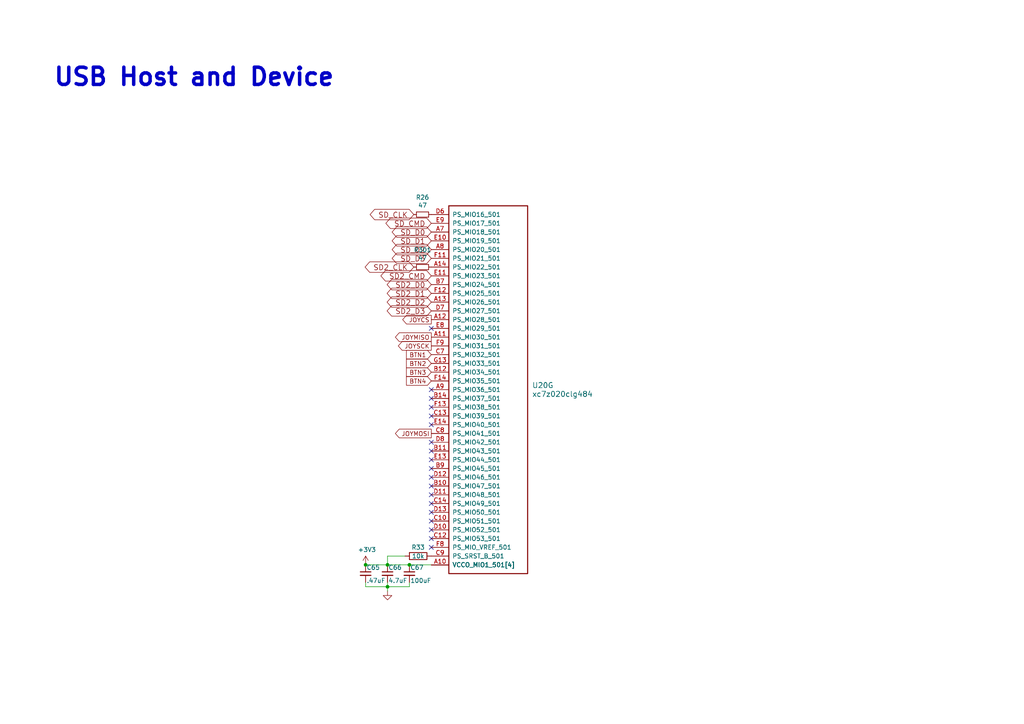
<source format=kicad_sch>
(kicad_sch (version 20231120) (generator "eeschema") (generator_version "8.0")
  (paper "A4")
  (lib_symbols
    (symbol "DFTBoard-rescue:+3V3-power" (power) (pin_names (offset 0))
      (property "Value" "power_+3V3" (at 0 3.556 0))
      (symbol "+3V3-power_0_1"
        (polyline (pts (xy -0.762 1.27) (xy 0 2.54)))
        (polyline (pts (xy 0 0) (xy 0 2.54)))
        (polyline (pts (xy 0 2.54) (xy 0.762 1.27)))
      )
      (symbol "+3V3-power_1_1"
        (pin power_in line (at 0 0 90) (length 0) hide (name "+3V3") (number "1"))
      )
    )
    (symbol "DFTBoard-rescue:GND-power" (power) (pin_names (offset 0))
      (property "Value" "power_GND" (at 0 -3.81 0))
      (symbol "GND-power_0_1"
        (polyline (pts (xy 0 0) (xy 0 -1.27) (xy 1.27 -1.27) (xy 0 -2.54) (xy -1.27 -1.27) (xy 0 -1.27)))
      )
      (symbol "GND-power_1_1"
        (pin power_in line (at 0 0 270) (length 0) hide (name "GND") (number "1"))
      )
    )
    (symbol "Device:C_Small" (pin_numbers hide) (pin_names (offset 0.254) hide)
      (property "Reference" "C" (at 0.254 1.778 0))
      (property "Value" "C_Small" (at 0.254 -2.032 0))
      (symbol "C_Small_0_1"
        (polyline (pts (xy -1.524 -0.508) (xy 1.524 -0.508)) (stroke (width 0.3302)))
        (polyline (pts (xy -1.524 0.508) (xy 1.524 0.508)) (stroke (width 0.3048)))
      )
      (symbol "C_Small_1_1"
        (pin passive line (at 0 2.54 270) (length 2.032) (name "~") (number "1"))
        (pin passive line (at 0 -2.54 90) (length 2.032) (name "~") (number "2"))
      )
    )
    (symbol "Device:R" (pin_numbers hide) (pin_names (offset 0))
      (property "Reference" "R" (at 2.032 0 90))
      (property "Value" "R" (at 0 0 90))
      (symbol "R_0_1"
        (rectangle (start -1.016 -2.54) (end 1.016 2.54) (stroke (width 0.254)))
      )
      (symbol "R_1_1"
        (pin passive line (at 0 3.81 270) (length 1.27) (name "~") (number "1"))
        (pin passive line (at 0 -3.81 90) (length 1.27) (name "~") (number "2"))
      )
    )
    (symbol "Device:R_Small" (pin_numbers hide) (pin_names (offset 0.254) hide)
      (property "Reference" "R" (at 0.762 0.508 0))
      (property "Value" "R_Small" (at 0.762 -1.016 0))
      (symbol "R_Small_0_1"
        (rectangle (start -0.762 1.778) (end 0.762 -1.778) (stroke (width 0.2032)))
      )
      (symbol "R_Small_1_1"
        (pin passive line (at 0 2.54 270) (length 0.762) (name "~") (number "1"))
        (pin passive line (at 0 -2.54 90) (length 0.762) (name "~") (number "2"))
      )
    )
    (symbol "xilinx7:xc7z020clg484" (pin_names (offset 1.016))
      (property "Reference" "U" (at 5.08 6.35 0))
      (property "Value" "xc7z020clg484" (at 5.08 3.81 0))
      (symbol "xc7z020clg484_1_1"
        (rectangle (start 5.08 2.54) (end 22.86 -55.88) (stroke (width 0.3048)))
        (pin power_in line (at 0 -17.78 0) (length 5.08) (name "RSVDGND") (number "G10"))
        (pin input line (at 0 -27.94 0) (length 5.08) (name "TCK_0") (number "G11"))
        (pin input line (at 0 -35.56 0) (length 5.08) (name "TMS_0") (number "G12"))
        (pin output line (at 0 -33.02 0) (length 5.08) (name "TDO_0") (number "G14"))
        (pin power_in line (at 0 -40.64 0) (length 5.08) (name "VCCBATT_0") (number "G9"))
        (pin input line (at 0 -30.48 0) (length 5.08) (name "TDI_0") (number "H13"))
        (pin power_in line (at 0 -38.1 0) (length 5.08) (name "VCCADC_0") (number "K11"))
        (pin power_in line (at 0 -10.16 0) (length 5.08) (name "GNDADC_0") (number "K12"))
        (pin input line (at 0 -48.26 0) (length 5.08) (name "VP_0") (number "L11"))
        (pin input line (at 0 -50.8 0) (length 5.08) (name "VREFN_0") (number "L12"))
        (pin input line (at 0 -53.34 0) (length 5.08) (name "VREFP_0") (number "M11"))
        (pin input line (at 0 -45.72 0) (length 5.08) (name "VN_0") (number "M12"))
        (pin passive line (at 0 -7.62 0) (length 5.08) (name "DXP_0") (number "N11"))
        (pin passive line (at 0 -5.08 0) (length 5.08) (name "DXN_0") (number "N12"))
        (pin power_in line (at 0 -43.18 0) (length 5.08) (name "VCCO_0") (number "R12"))
        (pin power_in line (at 0 -25.4 0) (length 5.08) (name "RSVDVCC3") (number "T10"))
        (pin input line (at 0 -15.24 0) (length 5.08) (name "PROGRAM_B_0") (number "T11"))
        (pin output line (at 0 -2.54 0) (length 5.08) (name "DONE_0") (number "T12"))
        (pin input line (at 0 0 0) (length 5.08) (name "CFGBVS_0") (number "T13"))
        (pin input line (at 0 -12.7 0) (length 5.08) (name "INIT_B_0") (number "T14"))
        (pin power_in line (at 0 -20.32 0) (length 5.08) (name "RSVDVCC1") (number "T7"))
        (pin power_in line (at 0 -22.86 0) (length 5.08) (name "RSVDVCC2") (number "T8"))
      )
      (symbol "xc7z020clg484_2_1"
        (rectangle (start 5.08 2.54) (end 30.48 -129.54) (stroke (width 0.3048)))
        (pin power_in line (at 0 -127 0) (length 5.08) (name "VCCO_13[7]") (number "AA10"))
        (pin bidirectional line (at 0 -43.18 0) (length 5.08) (name "IO_L8P_T1_13") (number "AA11"))
        (pin bidirectional line (at 0 -38.1 0) (length 5.08) (name "IO_L7P_T1_13") (number "AA12"))
        (pin bidirectional line (at 0 -91.44 0) (length 5.08) (name "IO_L18N_T2_13") (number "AA4"))
        (pin bidirectional line (at 0 -71.12 0) (length 5.08) (name "IO_L14N_T2_SRCC_13") (number "AA6"))
        (pin bidirectional line (at 0 -73.66 0) (length 5.08) (name "IO_L14P_T2_SRCC_13") (number "AA7"))
        (pin bidirectional line (at 0 -55.88 0) (length 5.08) (name "IO_L11N_T1_SRCC_13") (number "AA8"))
        (pin bidirectional line (at 0 -58.42 0) (length 5.08) (name "IO_L11P_T1_SRCC_13") (number "AA9"))
        (pin bidirectional line (at 0 -76.2 0) (length 5.08) (name "IO_L15N_T2_DQS_13") (number "AB1"))
        (pin bidirectional line (at 0 -48.26 0) (length 5.08) (name "IO_L9P_T1_DQS_13") (number "AB10"))
        (pin bidirectional line (at 0 -40.64 0) (length 5.08) (name "IO_L8N_T1_13") (number "AB11"))
        (pin bidirectional line (at 0 -35.56 0) (length 5.08) (name "IO_L7N_T1_13") (number "AB12"))
        (pin bidirectional line (at 0 -78.74 0) (length 5.08) (name "IO_L15P_T2_DQS_13") (number "AB2"))
        (pin power_in line (at 0 -127 0) (length 5.08) (name "VCCO_13[7]") (number "AB3"))
        (pin bidirectional line (at 0 -81.28 0) (length 5.08) (name "IO_L16N_T2_13") (number "AB4"))
        (pin bidirectional line (at 0 -83.82 0) (length 5.08) (name "IO_L16P_T2_13") (number "AB5"))
        (pin bidirectional line (at 0 -86.36 0) (length 5.08) (name "IO_L17N_T2_13") (number "AB6"))
        (pin bidirectional line (at 0 -88.9 0) (length 5.08) (name "IO_L17P_T2_13") (number "AB7"))
        (pin bidirectional line (at 0 -45.72 0) (length 5.08) (name "IO_L9N_T1_DQS_13") (number "AB9"))
        (pin bidirectional line (at 0 -99.06 0) (length 5.08) (name "IO_L19P_T3_13") (number "R6"))
        (pin bidirectional line (at 0 0 0) (length 5.08) (name "IO_0_13") (number "R7"))
        (pin bidirectional line (at 0 -104.14 0) (length 5.08) (name "IO_L20P_T3_13") (number "T4"))
        (pin power_in line (at 0 -127 0) (length 5.08) (name "VCCO_13[7]") (number "T5"))
        (pin bidirectional line (at 0 -96.52 0) (length 5.08) (name "IO_L19N_T3_VREF_13") (number "T6"))
        (pin bidirectional line (at 0 -33.02 0) (length 5.08) (name "IO_L6P_T0_13") (number "U10"))
        (pin bidirectional line (at 0 -25.4 0) (length 5.08) (name "IO_L5N_T0_13") (number "U11"))
        (pin bidirectional line (at 0 -27.94 0) (length 5.08) (name "IO_L5P_T0_13") (number "U12"))
        (pin bidirectional line (at 0 -101.6 0) (length 5.08) (name "IO_L20N_T3_13") (number "U4"))
        (pin bidirectional line (at 0 -111.76 0) (length 5.08) (name "IO_L22N_T3_13") (number "U5"))
        (pin bidirectional line (at 0 -114.3 0) (length 5.08) (name "IO_L22P_T3_13") (number "U6"))
        (pin bidirectional line (at 0 -2.54 0) (length 5.08) (name "IO_25_13") (number "U7"))
        (pin power_in line (at 0 -127 0) (length 5.08) (name "VCCO_13[7]") (number "U8"))
        (pin bidirectional line (at 0 -30.48 0) (length 5.08) (name "IO_L6N_T0_VREF_13") (number "U9"))
        (pin bidirectional line (at 0 -7.62 0) (length 5.08) (name "IO_L1P_T0_13") (number "V10"))
        (pin power_in line (at 0 -127 0) (length 5.08) (name "VCCO_13[7]") (number "V11"))
        (pin bidirectional line (at 0 -22.86 0) (length 5.08) (name "IO_L4P_T0_13") (number "V12"))
        (pin bidirectional line (at 0 -106.68 0) (length 5.08) (name "IO_L21N_T3_DQS_13") (number "V4"))
        (pin bidirectional line (at 0 -109.22 0) (length 5.08) (name "IO_L21P_T3_DQS_13") (number "V5"))
        (pin bidirectional line (at 0 -119.38 0) (length 5.08) (name "IO_L23P_T3_13") (number "V7"))
        (pin bidirectional line (at 0 -12.7 0) (length 5.08) (name "IO_L2P_T0_13") (number "V8"))
        (pin bidirectional line (at 0 -5.08 0) (length 5.08) (name "IO_L1N_T0_13") (number "V9"))
        (pin bidirectional line (at 0 -15.24 0) (length 5.08) (name "IO_L3N_T0_DQS_13") (number "W10"))
        (pin bidirectional line (at 0 -17.78 0) (length 5.08) (name "IO_L3P_T0_DQS_13") (number "W11"))
        (pin bidirectional line (at 0 -20.32 0) (length 5.08) (name "IO_L4N_T0_13") (number "W12"))
        (pin power_in line (at 0 -127 0) (length 5.08) (name "VCCO_13[7]") (number "W4"))
        (pin bidirectional line (at 0 -121.92 0) (length 5.08) (name "IO_L24N_T3_13") (number "W5"))
        (pin bidirectional line (at 0 -124.46 0) (length 5.08) (name "IO_L24P_T3_13") (number "W6"))
        (pin bidirectional line (at 0 -116.84 0) (length 5.08) (name "IO_L23N_T3_13") (number "W7"))
        (pin bidirectional line (at 0 -10.16 0) (length 5.08) (name "IO_L2N_T0_13") (number "W8"))
        (pin bidirectional line (at 0 -50.8 0) (length 5.08) (name "IO_L10N_T1_13") (number "Y10"))
        (pin bidirectional line (at 0 -53.34 0) (length 5.08) (name "IO_L10P_T1_13") (number "Y11"))
        (pin bidirectional line (at 0 -93.98 0) (length 5.08) (name "IO_L18P_T2_13") (number "Y4"))
        (pin bidirectional line (at 0 -66.04 0) (length 5.08) (name "IO_L13N_T2_MRCC_13") (number "Y5"))
        (pin bidirectional line (at 0 -68.58 0) (length 5.08) (name "IO_L13P_T2_MRCC_13") (number "Y6"))
        (pin power_in line (at 0 -127 0) (length 5.08) (name "VCCO_13[7]") (number "Y7"))
        (pin bidirectional line (at 0 -60.96 0) (length 5.08) (name "IO_L12N_T1_MRCC_13") (number "Y8"))
        (pin bidirectional line (at 0 -63.5 0) (length 5.08) (name "IO_L12P_T1_MRCC_13") (number "Y9"))
      )
      (symbol "xc7z020clg484_3_1"
        (rectangle (start 5.08 2.54) (end 30.48 -129.54) (stroke (width 0.3048)))
        (pin bidirectional line (at 0 -116.84 0) (length 5.08) (name "IO_L23N_T3_33") (number "AA13"))
        (pin bidirectional line (at 0 -111.76 0) (length 5.08) (name "IO_L22N_T3_33") (number "AA14"))
        (pin bidirectional line (at 0 -93.98 0) (length 5.08) (name "IO_L18P_T2_33") (number "AA16"))
        (pin bidirectional line (at 0 -88.9 0) (length 5.08) (name "IO_L17P_T2_33") (number "AA17"))
        (pin bidirectional line (at 0 -60.96 0) (length 5.08) (name "IO_L12N_T1_MRCC_33") (number "AA18"))
        (pin bidirectional line (at 0 -55.88 0) (length 5.08) (name "IO_L11N_T1_SRCC_33") (number "AA19"))
        (pin power_in line (at 0 -127 0) (length 5.08) (name "VCCO_33[6]") (number "AA20"))
        (pin bidirectional line (at 0 -43.18 0) (length 5.08) (name "IO_L8P_T1_33") (number "AA21"))
        (pin bidirectional line (at 0 -38.1 0) (length 5.08) (name "IO_L7P_T1_33") (number "AA22"))
        (pin power_in line (at 0 -127 0) (length 5.08) (name "VCCO_33[6]") (number "AB13"))
        (pin bidirectional line (at 0 -124.46 0) (length 5.08) (name "IO_L24P_T3_33") (number "AB14"))
        (pin bidirectional line (at 0 -121.92 0) (length 5.08) (name "IO_L24N_T3_33") (number "AB15"))
        (pin bidirectional line (at 0 -91.44 0) (length 5.08) (name "IO_L18N_T2_33") (number "AB16"))
        (pin bidirectional line (at 0 -86.36 0) (length 5.08) (name "IO_L17N_T2_33") (number "AB17"))
        (pin bidirectional line (at 0 -53.34 0) (length 5.08) (name "IO_L10P_T1_33") (number "AB19"))
        (pin bidirectional line (at 0 -50.8 0) (length 5.08) (name "IO_L10N_T1_33") (number "AB20"))
        (pin bidirectional line (at 0 -40.64 0) (length 5.08) (name "IO_L8N_T1_33") (number "AB21"))
        (pin bidirectional line (at 0 -35.56 0) (length 5.08) (name "IO_L7N_T1_33") (number "AB22"))
        (pin bidirectional line (at 0 -7.62 0) (length 5.08) (name "IO_L1P_T0_33") (number "T21"))
        (pin bidirectional line (at 0 -12.7 0) (length 5.08) (name "IO_L2P_T0_33") (number "T22"))
        (pin bidirectional line (at 0 -2.54 0) (length 5.08) (name "IO_25_33") (number "U14"))
        (pin bidirectional line (at 0 -78.74 0) (length 5.08) (name "IO_L15P_T2_DQS_33") (number "U15"))
        (pin bidirectional line (at 0 -76.2 0) (length 5.08) (name "IO_L15N_T2_DQS_33") (number "U16"))
        (pin bidirectional line (at 0 -83.82 0) (length 5.08) (name "IO_L16P_T2_33") (number "U17"))
        (pin power_in line (at 0 -127 0) (length 5.08) (name "VCCO_33[6]") (number "U18"))
        (pin bidirectional line (at 0 0 0) (length 5.08) (name "IO_0_33") (number "U19"))
        (pin bidirectional line (at 0 -27.94 0) (length 5.08) (name "IO_L5P_T0_33") (number "U20"))
        (pin bidirectional line (at 0 -5.08 0) (length 5.08) (name "IO_L1N_T0_33") (number "U21"))
        (pin bidirectional line (at 0 -10.16 0) (length 5.08) (name "IO_L2N_T0_33") (number "U22"))
        (pin bidirectional line (at 0 -104.14 0) (length 5.08) (name "IO_L20P_T3_33") (number "V13"))
        (pin bidirectional line (at 0 -99.06 0) (length 5.08) (name "IO_L19P_T3_33") (number "V14"))
        (pin bidirectional line (at 0 -96.52 0) (length 5.08) (name "IO_L19N_T3_VREF_33") (number "V15"))
        (pin bidirectional line (at 0 -81.28 0) (length 5.08) (name "IO_L16N_T2_33") (number "V17"))
        (pin bidirectional line (at 0 -33.02 0) (length 5.08) (name "IO_L6P_T0_33") (number "V18"))
        (pin bidirectional line (at 0 -30.48 0) (length 5.08) (name "IO_L6N_T0_VREF_33") (number "V19"))
        (pin bidirectional line (at 0 -25.4 0) (length 5.08) (name "IO_L5N_T0_33") (number "V20"))
        (pin power_in line (at 0 -127 0) (length 5.08) (name "VCCO_33[6]") (number "V21"))
        (pin bidirectional line (at 0 -17.78 0) (length 5.08) (name "IO_L3P_T0_DQS_33") (number "V22"))
        (pin bidirectional line (at 0 -101.6 0) (length 5.08) (name "IO_L20N_T3_33") (number "W13"))
        (pin power_in line (at 0 -127 0) (length 5.08) (name "VCCO_33[6]") (number "W14"))
        (pin bidirectional line (at 0 -109.22 0) (length 5.08) (name "IO_L21P_T3_DQS_33") (number "W15"))
        (pin bidirectional line (at 0 -73.66 0) (length 5.08) (name "IO_L14P_T2_SRCC_33") (number "W16"))
        (pin bidirectional line (at 0 -68.58 0) (length 5.08) (name "IO_L13P_T2_MRCC_33") (number "W17"))
        (pin bidirectional line (at 0 -66.04 0) (length 5.08) (name "IO_L13N_T2_MRCC_33") (number "W18"))
        (pin bidirectional line (at 0 -22.86 0) (length 5.08) (name "IO_L4P_T0_33") (number "W20"))
        (pin bidirectional line (at 0 -20.32 0) (length 5.08) (name "IO_L4N_T0_33") (number "W21"))
        (pin bidirectional line (at 0 -15.24 0) (length 5.08) (name "IO_L3N_T0_DQS_33") (number "W22"))
        (pin bidirectional line (at 0 -119.38 0) (length 5.08) (name "IO_L23P_T3_33") (number "Y13"))
        (pin bidirectional line (at 0 -114.3 0) (length 5.08) (name "IO_L22P_T3_33") (number "Y14"))
        (pin bidirectional line (at 0 -106.68 0) (length 5.08) (name "IO_L21N_T3_DQS_33") (number "Y15"))
        (pin bidirectional line (at 0 -71.12 0) (length 5.08) (name "IO_L14N_T2_SRCC_33") (number "Y16"))
        (pin power_in line (at 0 -127 0) (length 5.08) (name "VCCO_33[6]") (number "Y17"))
        (pin bidirectional line (at 0 -63.5 0) (length 5.08) (name "IO_L12P_T1_MRCC_33") (number "Y18"))
        (pin bidirectional line (at 0 -58.42 0) (length 5.08) (name "IO_L11P_T1_SRCC_33") (number "Y19"))
        (pin bidirectional line (at 0 -48.26 0) (length 5.08) (name "IO_L9P_T1_DQS_33") (number "Y20"))
        (pin bidirectional line (at 0 -45.72 0) (length 5.08) (name "IO_L9N_T1_DQS_33") (number "Y21"))
      )
      (symbol "xc7z020clg484_4_1"
        (rectangle (start 5.08 2.54) (end 38.1 -129.54) (stroke (width 0.3048)))
        (pin bidirectional line (at 0 0 0) (length 5.08) (name "IO_0_34") (number "H15"))
        (pin bidirectional line (at 0 -7.62 0) (length 5.08) (name "IO_L1P_T0_34") (number "J15"))
        (pin bidirectional line (at 0 -12.7 0) (length 5.08) (name "IO_L2P_T0_34") (number "J16"))
        (pin bidirectional line (at 0 -10.16 0) (length 5.08) (name "IO_L2N_T0_34") (number "J17"))
        (pin bidirectional line (at 0 -38.1 0) (length 5.08) (name "IO_L7P_T1_34") (number "J18"))
        (pin bidirectional line (at 0 -48.26 0) (length 5.08) (name "IO_L9P_T1_DQS_34") (number "J20"))
        (pin bidirectional line (at 0 -43.18 0) (length 5.08) (name "IO_L8P_T1_34") (number "J21"))
        (pin bidirectional line (at 0 -40.64 0) (length 5.08) (name "IO_L8N_T1_34") (number "J22"))
        (pin bidirectional line (at 0 -5.08 0) (length 5.08) (name "IO_L1N_T0_34") (number "K15"))
        (pin bidirectional line (at 0 -17.78 0) (length 5.08) (name "IO_L3P_T0_DQS_PUDC_B_34") (number "K16"))
        (pin power_in line (at 0 -127 0) (length 5.08) (name "VCCO_34[6]") (number "K17"))
        (pin bidirectional line (at 0 -35.56 0) (length 5.08) (name "IO_L7N_T1_34") (number "K18"))
        (pin bidirectional line (at 0 -58.42 0) (length 5.08) (name "IO_L11P_T1_SRCC_34") (number "K19"))
        (pin bidirectional line (at 0 -55.88 0) (length 5.08) (name "IO_L11N_T1_SRCC_34") (number "K20"))
        (pin bidirectional line (at 0 -45.72 0) (length 5.08) (name "IO_L9N_T1_DQS_34") (number "K21"))
        (pin bidirectional line (at 0 -15.24 0) (length 5.08) (name "IO_L3N_T0_DQS_34") (number "L16"))
        (pin bidirectional line (at 0 -22.86 0) (length 5.08) (name "IO_L4P_T0_34") (number "L17"))
        (pin bidirectional line (at 0 -63.5 0) (length 5.08) (name "IO_L12P_T1_MRCC_34") (number "L18"))
        (pin bidirectional line (at 0 -60.96 0) (length 5.08) (name "IO_L12N_T1_MRCC_34") (number "L19"))
        (pin power_in line (at 0 -127 0) (length 5.08) (name "VCCO_34[6]") (number "L20"))
        (pin bidirectional line (at 0 -53.34 0) (length 5.08) (name "IO_L10P_T1_34") (number "L21"))
        (pin bidirectional line (at 0 -50.8 0) (length 5.08) (name "IO_L10N_T1_34") (number "L22"))
        (pin bidirectional line (at 0 -33.02 0) (length 5.08) (name "IO_L6P_T0_34") (number "M15"))
        (pin bidirectional line (at 0 -30.48 0) (length 5.08) (name "IO_L6N_T0_VREF_34") (number "M16"))
        (pin bidirectional line (at 0 -20.32 0) (length 5.08) (name "IO_L4N_T0_34") (number "M17"))
        (pin bidirectional line (at 0 -68.58 0) (length 5.08) (name "IO_L13P_T2_MRCC_34") (number "M19"))
        (pin bidirectional line (at 0 -66.04 0) (length 5.08) (name "IO_L13N_T2_MRCC_34") (number "M20"))
        (pin bidirectional line (at 0 -78.74 0) (length 5.08) (name "IO_L15P_T2_DQS_34") (number "M21"))
        (pin bidirectional line (at 0 -76.2 0) (length 5.08) (name "IO_L15N_T2_DQS_34") (number "M22"))
        (pin bidirectional line (at 0 -99.06 0) (length 5.08) (name "IO_L19P_T3_34") (number "N15"))
        (pin power_in line (at 0 -127 0) (length 5.08) (name "VCCO_34[6]") (number "N16"))
        (pin bidirectional line (at 0 -27.94 0) (length 5.08) (name "IO_L5P_T0_34") (number "N17"))
        (pin bidirectional line (at 0 -25.4 0) (length 5.08) (name "IO_L5N_T0_34") (number "N18"))
        (pin bidirectional line (at 0 -73.66 0) (length 5.08) (name "IO_L14P_T2_SRCC_34") (number "N19"))
        (pin bidirectional line (at 0 -71.12 0) (length 5.08) (name "IO_L14N_T2_SRCC_34") (number "N20"))
        (pin bidirectional line (at 0 -83.82 0) (length 5.08) (name "IO_L16P_T2_34") (number "N22"))
        (pin bidirectional line (at 0 -96.52 0) (length 5.08) (name "IO_L19N_T3_VREF_34") (number "P15"))
        (pin bidirectional line (at 0 -124.46 0) (length 5.08) (name "IO_L24P_T3_34") (number "P16"))
        (pin bidirectional line (at 0 -104.14 0) (length 5.08) (name "IO_L20P_T3_34") (number "P17"))
        (pin bidirectional line (at 0 -101.6 0) (length 5.08) (name "IO_L20N_T3_34") (number "P18"))
        (pin power_in line (at 0 -127 0) (length 5.08) (name "VCCO_34[6]") (number "P19"))
        (pin bidirectional line (at 0 -93.98 0) (length 5.08) (name "IO_L18P_T2_34") (number "P20"))
        (pin bidirectional line (at 0 -91.44 0) (length 5.08) (name "IO_L18N_T2_34") (number "P21"))
        (pin bidirectional line (at 0 -81.28 0) (length 5.08) (name "IO_L16N_T2_34") (number "P22"))
        (pin bidirectional line (at 0 -2.54 0) (length 5.08) (name "IO_25_34") (number "R15"))
        (pin bidirectional line (at 0 -121.92 0) (length 5.08) (name "IO_L24N_T3_34") (number "R16"))
        (pin bidirectional line (at 0 -119.38 0) (length 5.08) (name "IO_L23P_T3_34") (number "R18"))
        (pin bidirectional line (at 0 -114.3 0) (length 5.08) (name "IO_L22P_T3_34") (number "R19"))
        (pin bidirectional line (at 0 -88.9 0) (length 5.08) (name "IO_L17P_T2_34") (number "R20"))
        (pin bidirectional line (at 0 -86.36 0) (length 5.08) (name "IO_L17N_T2_34") (number "R21"))
        (pin power_in line (at 0 -127 0) (length 5.08) (name "VCCO_34[6]") (number "R22"))
        (pin power_in line (at 0 -127 0) (length 5.08) (name "VCCO_34[6]") (number "T15"))
        (pin bidirectional line (at 0 -109.22 0) (length 5.08) (name "IO_L21P_T3_DQS_34") (number "T16"))
        (pin bidirectional line (at 0 -106.68 0) (length 5.08) (name "IO_L21N_T3_DQS_34") (number "T17"))
        (pin bidirectional line (at 0 -116.84 0) (length 5.08) (name "IO_L23N_T3_34") (number "T18"))
        (pin bidirectional line (at 0 -111.76 0) (length 5.08) (name "IO_L22N_T3_34") (number "T19"))
      )
      (symbol "xc7z020clg484_5_1"
        (rectangle (start 5.08 2.54) (end 38.1 -129.54) (stroke (width 0.3048)))
        (pin bidirectional line (at 0 -48.26 0) (length 5.08) (name "IO_L9P_T1_DQS_AD3P_35") (number "A16"))
        (pin bidirectional line (at 0 -45.72 0) (length 5.08) (name "IO_L9N_T1_DQS_AD3N_35") (number "A17"))
        (pin bidirectional line (at 0 -53.34 0) (length 5.08) (name "IO_L10P_T1_AD11P_35") (number "A18"))
        (pin bidirectional line (at 0 -50.8 0) (length 5.08) (name "IO_L10N_T1_AD11N_35") (number "A19"))
        (pin power_in line (at 0 -127 0) (length 5.08) (name "VCCO_35[7]") (number "A20"))
        (pin bidirectional line (at 0 -78.74 0) (length 5.08) (name "IO_L15P_T2_DQS_AD12P_35") (number "A21"))
        (pin bidirectional line (at 0 -76.2 0) (length 5.08) (name "IO_L15N_T2_DQS_AD12N_35") (number "A22"))
        (pin bidirectional line (at 0 -35.56 0) (length 5.08) (name "IO_L7N_T1_AD2N_35") (number "B15"))
        (pin bidirectional line (at 0 -43.18 0) (length 5.08) (name "IO_L8P_T1_AD10P_35") (number "B16"))
        (pin bidirectional line (at 0 -40.64 0) (length 5.08) (name "IO_L8N_T1_AD10N_35") (number "B17"))
        (pin bidirectional line (at 0 -68.58 0) (length 5.08) (name "IO_L13P_T2_MRCC_35") (number "B19"))
        (pin bidirectional line (at 0 -66.04 0) (length 5.08) (name "IO_L13N_T2_MRCC_35") (number "B20"))
        (pin bidirectional line (at 0 -93.98 0) (length 5.08) (name "IO_L18P_T2_AD13P_35") (number "B21"))
        (pin bidirectional line (at 0 -91.44 0) (length 5.08) (name "IO_L18N_T2_AD13N_35") (number "B22"))
        (pin bidirectional line (at 0 -38.1 0) (length 5.08) (name "IO_L7P_T1_AD2P_35") (number "C15"))
        (pin power_in line (at 0 -127 0) (length 5.08) (name "VCCO_35[7]") (number "C16"))
        (pin bidirectional line (at 0 -58.42 0) (length 5.08) (name "IO_L11P_T1_SRCC_35") (number "C17"))
        (pin bidirectional line (at 0 -55.88 0) (length 5.08) (name "IO_L11N_T1_SRCC_35") (number "C18"))
        (pin bidirectional line (at 0 -60.96 0) (length 5.08) (name "IO_L12N_T1_MRCC_35") (number "C19"))
        (pin bidirectional line (at 0 -71.12 0) (length 5.08) (name "IO_L14N_T2_AD4N_SRCC_35") (number "C20"))
        (pin bidirectional line (at 0 -81.28 0) (length 5.08) (name "IO_L16N_T2_35") (number "C22"))
        (pin bidirectional line (at 0 -15.24 0) (length 5.08) (name "IO_L3N_T0_DQS_AD1N_35") (number "D15"))
        (pin bidirectional line (at 0 -12.7 0) (length 5.08) (name "IO_L2P_T0_AD8P_35") (number "D16"))
        (pin bidirectional line (at 0 -10.16 0) (length 5.08) (name "IO_L2N_T0_AD8N_35") (number "D17"))
        (pin bidirectional line (at 0 -63.5 0) (length 5.08) (name "IO_L12P_T1_MRCC_35") (number "D18"))
        (pin power_in line (at 0 -127 0) (length 5.08) (name "VCCO_35[7]") (number "D19"))
        (pin bidirectional line (at 0 -73.66 0) (length 5.08) (name "IO_L14P_T2_AD4P_SRCC_35") (number "D20"))
        (pin bidirectional line (at 0 -86.36 0) (length 5.08) (name "IO_L17N_T2_AD5N_35") (number "D21"))
        (pin bidirectional line (at 0 -83.82 0) (length 5.08) (name "IO_L16P_T2_35") (number "D22"))
        (pin bidirectional line (at 0 -17.78 0) (length 5.08) (name "IO_L3P_T0_DQS_AD1P_35") (number "E15"))
        (pin bidirectional line (at 0 -5.08 0) (length 5.08) (name "IO_L1N_T0_AD0N_35") (number "E16"))
        (pin bidirectional line (at 0 -25.4 0) (length 5.08) (name "IO_L5N_T0_AD9N_35") (number "E18"))
        (pin bidirectional line (at 0 -109.22 0) (length 5.08) (name "IO_L21P_T3_DQS_AD14P_35") (number "E19"))
        (pin bidirectional line (at 0 -106.68 0) (length 5.08) (name "IO_L21N_T3_DQS_AD14N_35") (number "E20"))
        (pin bidirectional line (at 0 -88.9 0) (length 5.08) (name "IO_L17P_T2_AD5P_35") (number "E21"))
        (pin power_in line (at 0 -127 0) (length 5.08) (name "VCCO_35[7]") (number "E22"))
        (pin power_in line (at 0 -127 0) (length 5.08) (name "VCCO_35[7]") (number "F15"))
        (pin bidirectional line (at 0 -7.62 0) (length 5.08) (name "IO_L1P_T0_AD0P_35") (number "F16"))
        (pin bidirectional line (at 0 -30.48 0) (length 5.08) (name "IO_L6N_T0_VREF_35") (number "F17"))
        (pin bidirectional line (at 0 -27.94 0) (length 5.08) (name "IO_L5P_T0_AD9P_35") (number "F18"))
        (pin bidirectional line (at 0 -101.6 0) (length 5.08) (name "IO_L20N_T3_AD6N_35") (number "F19"))
        (pin bidirectional line (at 0 -119.38 0) (length 5.08) (name "IO_L23P_T3_35") (number "F21"))
        (pin bidirectional line (at 0 -116.84 0) (length 5.08) (name "IO_L23N_T3_35") (number "F22"))
        (pin bidirectional line (at 0 -22.86 0) (length 5.08) (name "IO_L4P_T0_35") (number "G15"))
        (pin bidirectional line (at 0 -20.32 0) (length 5.08) (name "IO_L4N_T0_35") (number "G16"))
        (pin bidirectional line (at 0 -33.02 0) (length 5.08) (name "IO_L6P_T0_35") (number "G17"))
        (pin power_in line (at 0 -127 0) (length 5.08) (name "VCCO_35[7]") (number "G18"))
        (pin bidirectional line (at 0 -104.14 0) (length 5.08) (name "IO_L20P_T3_AD6P_35") (number "G19"))
        (pin bidirectional line (at 0 -114.3 0) (length 5.08) (name "IO_L22P_T3_AD7P_35") (number "G20"))
        (pin bidirectional line (at 0 -111.76 0) (length 5.08) (name "IO_L22N_T3_AD7N_35") (number "G21"))
        (pin bidirectional line (at 0 -121.92 0) (length 5.08) (name "IO_L24N_T3_AD15N_35") (number "G22"))
        (pin bidirectional line (at 0 0 0) (length 5.08) (name "IO_0_35") (number "H17"))
        (pin bidirectional line (at 0 -2.54 0) (length 5.08) (name "IO_25_35") (number "H18"))
        (pin bidirectional line (at 0 -99.06 0) (length 5.08) (name "IO_L19P_T3_35") (number "H19"))
        (pin bidirectional line (at 0 -96.52 0) (length 5.08) (name "IO_L19N_T3_VREF_35") (number "H20"))
        (pin power_in line (at 0 -127 0) (length 5.08) (name "VCCO_35[7]") (number "H21"))
        (pin bidirectional line (at 0 -124.46 0) (length 5.08) (name "IO_L24P_T3_AD15P_35") (number "H22"))
      )
      (symbol "xc7z020clg484_6_1"
        (rectangle (start 5.08 2.54) (end 27.94 -48.26) (stroke (width 0.3048)))
        (pin bidirectional line (at 0 -5.08 0) (length 5.08) (name "PS_MIO1_500") (number "A1"))
        (pin bidirectional line (at 0 -7.62 0) (length 5.08) (name "PS_MIO2_500") (number "A2"))
        (pin bidirectional line (at 0 -15.24 0) (length 5.08) (name "PS_MIO5_500") (number "A3"))
        (pin bidirectional line (at 0 -17.78 0) (length 5.08) (name "PS_MIO6_500") (number "A4"))
        (pin bidirectional line (at 0 -35.56 0) (length 5.08) (name "PS_MIO13_500") (number "A6"))
        (pin power_in line (at 0 -45.72 0) (length 5.08) (name "VCCO_MIO0_500[2]") (number "B3"))
        (pin bidirectional line (at 0 -30.48 0) (length 5.08) (name "PS_MIO11_500") (number "B4"))
        (pin input line (at 0 -43.18 0) (length 5.08) (name "PS_POR_B_500") (number "B5"))
        (pin bidirectional line (at 0 -38.1 0) (length 5.08) (name "PS_MIO14_500") (number "B6"))
        (pin bidirectional line (at 0 -25.4 0) (length 5.08) (name "PS_MIO9_500") (number "C4"))
        (pin bidirectional line (at 0 -33.02 0) (length 5.08) (name "PS_MIO12_500") (number "C5"))
        (pin power_in line (at 0 -45.72 0) (length 5.08) (name "VCCO_MIO0_500[2]") (number "C6"))
        (pin bidirectional line (at 0 -20.32 0) (length 5.08) (name "PS_MIO7_500") (number "D5"))
        (pin bidirectional line (at 0 -12.7 0) (length 5.08) (name "PS_MIO4_500") (number "E4"))
        (pin bidirectional line (at 0 -22.86 0) (length 5.08) (name "PS_MIO8_500") (number "E5"))
        (pin bidirectional line (at 0 -40.64 0) (length 5.08) (name "PS_MIO15_500") (number "E6"))
        (pin bidirectional line (at 0 -10.16 0) (length 5.08) (name "PS_MIO3_500") (number "F6"))
        (pin input line (at 0 0 0) (length 5.08) (name "PS_CLK_500") (number "F7"))
        (pin bidirectional line (at 0 -2.54 0) (length 5.08) (name "PS_MIO0_500") (number "G6"))
        (pin bidirectional line (at 0 -27.94 0) (length 5.08) (name "PS_MIO10_500") (number "G7"))
      )
      (symbol "xc7z020clg484_7_1"
        (rectangle (start 5.08 2.54) (end 27.94 -104.14) (stroke (width 0.3048)))
        (pin power_in line (at 0 -101.6 0) (length 5.08) (name "VCCO_MIO1_501[4]") (number "A10"))
        (pin bidirectional line (at 0 -35.56 0) (length 5.08) (name "PS_MIO30_501") (number "A11"))
        (pin bidirectional line (at 0 -30.48 0) (length 5.08) (name "PS_MIO28_501") (number "A12"))
        (pin bidirectional line (at 0 -25.4 0) (length 5.08) (name "PS_MIO26_501") (number "A13"))
        (pin bidirectional line (at 0 -15.24 0) (length 5.08) (name "PS_MIO22_501") (number "A14"))
        (pin bidirectional line (at 0 -5.08 0) (length 5.08) (name "PS_MIO18_501") (number "A7"))
        (pin bidirectional line (at 0 -10.16 0) (length 5.08) (name "PS_MIO20_501") (number "A8"))
        (pin bidirectional line (at 0 -50.8 0) (length 5.08) (name "PS_MIO36_501") (number "A9"))
        (pin bidirectional line (at 0 -78.74 0) (length 5.08) (name "PS_MIO47_501") (number "B10"))
        (pin bidirectional line (at 0 -68.58 0) (length 5.08) (name "PS_MIO43_501") (number "B11"))
        (pin bidirectional line (at 0 -45.72 0) (length 5.08) (name "PS_MIO34_501") (number "B12"))
        (pin power_in line (at 0 -101.6 0) (length 5.08) (name "VCCO_MIO1_501[4]") (number "B13"))
        (pin bidirectional line (at 0 -53.34 0) (length 5.08) (name "PS_MIO37_501") (number "B14"))
        (pin bidirectional line (at 0 -20.32 0) (length 5.08) (name "PS_MIO24_501") (number "B7"))
        (pin bidirectional line (at 0 -73.66 0) (length 5.08) (name "PS_MIO45_501") (number "B9"))
        (pin bidirectional line (at 0 -88.9 0) (length 5.08) (name "PS_MIO51_501") (number "C10"))
        (pin bidirectional line (at 0 -93.98 0) (length 5.08) (name "PS_MIO53_501") (number "C12"))
        (pin bidirectional line (at 0 -58.42 0) (length 5.08) (name "PS_MIO39_501") (number "C13"))
        (pin bidirectional line (at 0 -83.82 0) (length 5.08) (name "PS_MIO49_501") (number "C14"))
        (pin bidirectional line (at 0 -40.64 0) (length 5.08) (name "PS_MIO32_501") (number "C7"))
        (pin bidirectional line (at 0 -63.5 0) (length 5.08) (name "PS_MIO41_501") (number "C8"))
        (pin input line (at 0 -99.06 0) (length 5.08) (name "PS_SRST_B_501") (number "C9"))
        (pin bidirectional line (at 0 -91.44 0) (length 5.08) (name "PS_MIO52_501") (number "D10"))
        (pin bidirectional line (at 0 -81.28 0) (length 5.08) (name "PS_MIO48_501") (number "D11"))
        (pin bidirectional line (at 0 -76.2 0) (length 5.08) (name "PS_MIO46_501") (number "D12"))
        (pin bidirectional line (at 0 -86.36 0) (length 5.08) (name "PS_MIO50_501") (number "D13"))
        (pin bidirectional line (at 0 0 0) (length 5.08) (name "PS_MIO16_501") (number "D6"))
        (pin bidirectional line (at 0 -27.94 0) (length 5.08) (name "PS_MIO27_501") (number "D7"))
        (pin bidirectional line (at 0 -66.04 0) (length 5.08) (name "PS_MIO42_501") (number "D8"))
        (pin power_in line (at 0 -101.6 0) (length 5.08) (name "VCCO_MIO1_501[4]") (number "D9"))
        (pin bidirectional line (at 0 -7.62 0) (length 5.08) (name "PS_MIO19_501") (number "E10"))
        (pin bidirectional line (at 0 -17.78 0) (length 5.08) (name "PS_MIO23_501") (number "E11"))
        (pin power_in line (at 0 -101.6 0) (length 5.08) (name "VCCO_MIO1_501[4]") (number "E12"))
        (pin bidirectional line (at 0 -71.12 0) (length 5.08) (name "PS_MIO44_501") (number "E13"))
        (pin bidirectional line (at 0 -60.96 0) (length 5.08) (name "PS_MIO40_501") (number "E14"))
        (pin bidirectional line (at 0 -33.02 0) (length 5.08) (name "PS_MIO29_501") (number "E8"))
        (pin bidirectional line (at 0 -2.54 0) (length 5.08) (name "PS_MIO17_501") (number "E9"))
        (pin bidirectional line (at 0 -12.7 0) (length 5.08) (name "PS_MIO21_501") (number "F11"))
        (pin bidirectional line (at 0 -22.86 0) (length 5.08) (name "PS_MIO25_501") (number "F12"))
        (pin bidirectional line (at 0 -55.88 0) (length 5.08) (name "PS_MIO38_501") (number "F13"))
        (pin bidirectional line (at 0 -48.26 0) (length 5.08) (name "PS_MIO35_501") (number "F14"))
        (pin power_in line (at 0 -96.52 0) (length 5.08) (name "PS_MIO_VREF_501") (number "F8"))
        (pin bidirectional line (at 0 -38.1 0) (length 5.08) (name "PS_MIO31_501") (number "F9"))
        (pin bidirectional line (at 0 -43.18 0) (length 5.08) (name "PS_MIO33_501") (number "G13"))
      )
      (symbol "xc7z020clg484_8_1"
        (rectangle (start 5.08 2.54) (end 30.48 -193.04) (stroke (width 0.3048)))
        (pin bidirectional line (at 0 -134.62 0) (length 5.08) (name "PS_DDR_DQ26_502") (number "AA1"))
        (pin output line (at 0 -66.04 0) (length 5.08) (name "PS_DDR_DM3_502") (number "AA2"))
        (pin bidirectional line (at 0 -129.54 0) (length 5.08) (name "PS_DDR_DQ24_502") (number "AA3"))
        (pin output line (at 0 -58.42 0) (length 5.08) (name "PS_DDR_DM0_502") (number "B1"))
        (pin bidirectional line (at 0 -73.66 0) (length 5.08) (name "PS_DDR_DQ2_502") (number "B2"))
        (pin bidirectional line (at 0 -160.02 0) (length 5.08) (name "PS_DDR_DQS_P0_502") (number "C2"))
        (pin bidirectional line (at 0 -71.12 0) (length 5.08) (name "PS_DDR_DQ1_502") (number "C3"))
        (pin bidirectional line (at 0 -68.58 0) (length 5.08) (name "PS_DDR_DQ0_502") (number "D1"))
        (pin bidirectional line (at 0 -149.86 0) (length 5.08) (name "PS_DDR_DQS_N0_502") (number "D2"))
        (pin bidirectional line (at 0 -76.2 0) (length 5.08) (name "PS_DDR_DQ3_502") (number "D3"))
        (pin bidirectional line (at 0 -81.28 0) (length 5.08) (name "PS_DDR_DQ5_502") (number "E1"))
        (pin power_in line (at 0 -190.5 0) (length 5.08) (name "VCCO_DDR_502[9]") (number "E2"))
        (pin bidirectional line (at 0 -78.74 0) (length 5.08) (name "PS_DDR_DQ4_502") (number "E3"))
        (pin bidirectional line (at 0 -86.36 0) (length 5.08) (name "PS_DDR_DQ7_502") (number "F1"))
        (pin bidirectional line (at 0 -83.82 0) (length 5.08) (name "PS_DDR_DQ6_502") (number "F2"))
        (pin output line (at 0 -170.18 0) (length 5.08) (name "PS_DDR_DRST_B_502") (number "F3"))
        (pin output line (at 0 -33.02 0) (length 5.08) (name "PS_DDR_A13_502") (number "F4"))
        (pin power_in line (at 0 -190.5 0) (length 5.08) (name "VCCO_DDR_502[9]") (number "F5"))
        (pin bidirectional line (at 0 -91.44 0) (length 5.08) (name "PS_DDR_DQ9_502") (number "G1"))
        (pin bidirectional line (at 0 -88.9 0) (length 5.08) (name "PS_DDR_DQ8_502") (number "G2"))
        (pin output line (at 0 -35.56 0) (length 5.08) (name "PS_DDR_A14_502") (number "G4"))
        (pin output line (at 0 -27.94 0) (length 5.08) (name "PS_DDR_A11_502") (number "G5"))
        (pin power_in line (at 0 -190.5 0) (length 5.08) (name "VCCO_DDR_502[9]") (number "H1"))
        (pin bidirectional line (at 0 -162.56 0) (length 5.08) (name "PS_DDR_DQS_P1_502") (number "H2"))
        (pin output line (at 0 -60.96 0) (length 5.08) (name "PS_DDR_DM1_502") (number "H3"))
        (pin output line (at 0 -30.48 0) (length 5.08) (name "PS_DDR_A12_502") (number "H4"))
        (pin output line (at 0 -22.86 0) (length 5.08) (name "PS_DDR_A9_502") (number "H5"))
        (pin power_in line (at 0 -177.8 0) (length 5.08) (name "PS_DDR_VREF0_502") (number "H7"))
        (pin bidirectional line (at 0 -104.14 0) (length 5.08) (name "PS_DDR_DQ14_502") (number "J1"))
        (pin bidirectional line (at 0 -152.4 0) (length 5.08) (name "PS_DDR_DQS_N1_502") (number "J2"))
        (pin output line (at 0 -25.4 0) (length 5.08) (name "PS_DDR_A10_502") (number "J3"))
        (pin power_in line (at 0 -190.5 0) (length 5.08) (name "VCCO_DDR_502[9]") (number "J4"))
        (pin output line (at 0 -20.32 0) (length 5.08) (name "PS_DDR_A8_502") (number "J5"))
        (pin output line (at 0 -17.78 0) (length 5.08) (name "PS_DDR_A7_502") (number "J6"))
        (pin output line (at 0 -15.24 0) (length 5.08) (name "PS_DDR_A6_502") (number "J7"))
        (pin bidirectional line (at 0 -101.6 0) (length 5.08) (name "PS_DDR_DQ13_502") (number "K1"))
        (pin bidirectional line (at 0 -106.68 0) (length 5.08) (name "PS_DDR_DQ15_502") (number "K3"))
        (pin output line (at 0 -5.08 0) (length 5.08) (name "PS_DDR_A2_502") (number "K4"))
        (pin output line (at 0 -12.7 0) (length 5.08) (name "PS_DDR_A5_502") (number "K5"))
        (pin output line (at 0 -10.16 0) (length 5.08) (name "PS_DDR_A4_502") (number "K6"))
        (pin power_in line (at 0 -190.5 0) (length 5.08) (name "VCCO_DDR_502[9]") (number "K7"))
        (pin bidirectional line (at 0 -93.98 0) (length 5.08) (name "PS_DDR_DQ10_502") (number "L1"))
        (pin bidirectional line (at 0 -96.52 0) (length 5.08) (name "PS_DDR_DQ11_502") (number "L2"))
        (pin bidirectional line (at 0 -99.06 0) (length 5.08) (name "PS_DDR_DQ12_502") (number "L3"))
        (pin output line (at 0 -7.62 0) (length 5.08) (name "PS_DDR_A3_502") (number "L4"))
        (pin output line (at 0 -40.64 0) (length 5.08) (name "PS_DDR_BA1_502") (number "L6"))
        (pin output line (at 0 -38.1 0) (length 5.08) (name "PS_DDR_BA0_502") (number "L7"))
        (pin bidirectional line (at 0 -109.22 0) (length 5.08) (name "PS_DDR_DQ16_502") (number "M1"))
        (pin bidirectional line (at 0 -124.46 0) (length 5.08) (name "PS_DDR_DQ22_502") (number "M2"))
        (pin power_in line (at 0 -190.5 0) (length 5.08) (name "VCCO_DDR_502[9]") (number "M3"))
        (pin output line (at 0 0 0) (length 5.08) (name "PS_DDR_A0_502") (number "M4"))
        (pin output line (at 0 -2.54 0) (length 5.08) (name "PS_DDR_A1_502") (number "M5"))
        (pin output line (at 0 -43.18 0) (length 5.08) (name "PS_DDR_BA2_502") (number "M6"))
        (pin power_out line (at 0 -182.88 0) (length 5.08) (name "PS_DDR_VRN_502") (number "M7"))
        (pin bidirectional line (at 0 -165.1 0) (length 5.08) (name "PS_DDR_DQS_P2_502") (number "N2"))
        (pin bidirectional line (at 0 -114.3 0) (length 5.08) (name "PS_DDR_DQ18_502") (number "N3"))
        (pin output line (at 0 -53.34 0) (length 5.08) (name "PS_DDR_CKP_502") (number "N4"))
        (pin output line (at 0 -50.8 0) (length 5.08) (name "PS_DDR_CKN_502") (number "N5"))
        (pin power_in line (at 0 -190.5 0) (length 5.08) (name "VCCO_DDR_502[9]") (number "N6"))
        (pin power_out line (at 0 -185.42 0) (length 5.08) (name "PS_DDR_VRP_502") (number "N7"))
        (pin output line (at 0 -63.5 0) (length 5.08) (name "PS_DDR_DM2_502") (number "P1"))
        (pin bidirectional line (at 0 -154.94 0) (length 5.08) (name "PS_DDR_DQS_N2_502") (number "P2"))
        (pin output line (at 0 -45.72 0) (length 5.08) (name "PS_DDR_CAS_B_502") (number "P3"))
        (pin output line (at 0 -172.72 0) (length 5.08) (name "PS_DDR_ODT_502") (number "P5"))
        (pin output line (at 0 -55.88 0) (length 5.08) (name "PS_DDR_CS_B_502") (number "P6"))
        (pin power_in line (at 0 -180.34 0) (length 5.08) (name "PS_DDR_VREF1_502") (number "P7"))
        (pin bidirectional line (at 0 -127 0) (length 5.08) (name "PS_DDR_DQ23_502") (number "R1"))
        (pin power_in line (at 0 -190.5 0) (length 5.08) (name "VCCO_DDR_502[9]") (number "R2"))
        (pin bidirectional line (at 0 -119.38 0) (length 5.08) (name "PS_DDR_DQ20_502") (number "R3"))
        (pin output line (at 0 -187.96 0) (length 5.08) (name "PS_DDR_WE_B_502") (number "R4"))
        (pin output line (at 0 -175.26 0) (length 5.08) (name "PS_DDR_RAS_B_502") (number "R5"))
        (pin bidirectional line (at 0 -116.84 0) (length 5.08) (name "PS_DDR_DQ19_502") (number "T1"))
        (pin bidirectional line (at 0 -121.92 0) (length 5.08) (name "PS_DDR_DQ21_502") (number "T2"))
        (pin bidirectional line (at 0 -111.76 0) (length 5.08) (name "PS_DDR_DQ17_502") (number "T3"))
        (pin bidirectional line (at 0 -132.08 0) (length 5.08) (name "PS_DDR_DQ25_502") (number "U1"))
        (pin bidirectional line (at 0 -137.16 0) (length 5.08) (name "PS_DDR_DQ27_502") (number "U2"))
        (pin power_in line (at 0 -190.5 0) (length 5.08) (name "VCCO_DDR_502[9]") (number "V1"))
        (pin bidirectional line (at 0 -167.64 0) (length 5.08) (name "PS_DDR_DQS_P3_502") (number "V2"))
        (pin output line (at 0 -48.26 0) (length 5.08) (name "PS_DDR_CKE_502") (number "V3"))
        (pin bidirectional line (at 0 -139.7 0) (length 5.08) (name "PS_DDR_DQ28_502") (number "W1"))
        (pin bidirectional line (at 0 -157.48 0) (length 5.08) (name "PS_DDR_DQS_N3_502") (number "W2"))
        (pin bidirectional line (at 0 -144.78 0) (length 5.08) (name "PS_DDR_DQ30_502") (number "W3"))
        (pin bidirectional line (at 0 -147.32 0) (length 5.08) (name "PS_DDR_DQ31_502") (number "Y1"))
        (pin bidirectional line (at 0 -142.24 0) (length 5.08) (name "PS_DDR_DQ29_502") (number "Y3"))
      )
      (symbol "xc7z020clg484_9_1"
        (rectangle (start 5.08 2.54) (end 20.32 -17.78) (stroke (width 0.3048)))
        (pin power_in line (at 0 0 0) (length 5.08) (name "GND[63]") (number "A15"))
        (pin power_in line (at 0 0 0) (length 5.08) (name "GND[63]") (number "A5"))
        (pin power_in line (at 0 0 0) (length 5.08) (name "GND[63]") (number "AA15"))
        (pin power_in line (at 0 0 0) (length 5.08) (name "GND[63]") (number "AA5"))
        (pin power_in line (at 0 0 0) (length 5.08) (name "GND[63]") (number "AB18"))
        (pin power_in line (at 0 0 0) (length 5.08) (name "GND[63]") (number "AB8"))
        (pin power_in line (at 0 0 0) (length 5.08) (name "GND[63]") (number "B18"))
        (pin power_in line (at 0 0 0) (length 5.08) (name "GND[63]") (number "B8"))
        (pin power_in line (at 0 0 0) (length 5.08) (name "GND[63]") (number "C1"))
        (pin power_in line (at 0 0 0) (length 5.08) (name "GND[63]") (number "C11"))
        (pin power_in line (at 0 0 0) (length 5.08) (name "GND[63]") (number "C21"))
        (pin power_in line (at 0 0 0) (length 5.08) (name "GND[63]") (number "D14"))
        (pin power_in line (at 0 0 0) (length 5.08) (name "GND[63]") (number "D4"))
        (pin power_in line (at 0 0 0) (length 5.08) (name "GND[63]") (number "E17"))
        (pin power_in line (at 0 0 0) (length 5.08) (name "GND[63]") (number "E7"))
        (pin power_in line (at 0 0 0) (length 5.08) (name "GND[63]") (number "F10"))
        (pin power_in line (at 0 0 0) (length 5.08) (name "GND[63]") (number "F20"))
        (pin power_in line (at 0 0 0) (length 5.08) (name "GND[63]") (number "G3"))
        (pin power_in line (at 0 -12.7 0) (length 5.08) (name "VCCPINT[6]") (number "G8"))
        (pin power_in line (at 0 -15.24 0) (length 5.08) (name "VCCPLL") (number "H10"))
        (pin power_in line (at 0 -5.08 0) (length 5.08) (name "VCCBRAM[2]") (number "H11"))
        (pin power_in line (at 0 0 0) (length 5.08) (name "GND[63]") (number "H12"))
        (pin power_in line (at 0 0 0) (length 5.08) (name "GND[63]") (number "H14"))
        (pin power_in line (at 0 0 0) (length 5.08) (name "GND[63]") (number "H16"))
        (pin power_in line (at 0 0 0) (length 5.08) (name "GND[63]") (number "H6"))
        (pin power_in line (at 0 0 0) (length 5.08) (name "GND[63]") (number "H8"))
        (pin power_in line (at 0 -12.7 0) (length 5.08) (name "VCCPINT[6]") (number "H9"))
        (pin power_in line (at 0 -5.08 0) (length 5.08) (name "VCCBRAM[2]") (number "J10"))
        (pin power_in line (at 0 0 0) (length 5.08) (name "GND[63]") (number "J11"))
        (pin power_in line (at 0 -7.62 0) (length 5.08) (name "VCCINT[8]") (number "J12"))
        (pin power_in line (at 0 0 0) (length 5.08) (name "GND[63]") (number "J13"))
        (pin power_in line (at 0 -7.62 0) (length 5.08) (name "VCCINT[8]") (number "J14"))
        (pin power_in line (at 0 0 0) (length 5.08) (name "GND[63]") (number "J19"))
        (pin power_in line (at 0 -12.7 0) (length 5.08) (name "VCCPINT[6]") (number "J8"))
        (pin power_in line (at 0 0 0) (length 5.08) (name "GND[63]") (number "J9"))
        (pin power_in line (at 0 0 0) (length 5.08) (name "GND[63]") (number "K10"))
        (pin power_in line (at 0 -7.62 0) (length 5.08) (name "VCCINT[8]") (number "K13"))
        (pin power_in line (at 0 0 0) (length 5.08) (name "GND[63]") (number "K14"))
        (pin power_in line (at 0 0 0) (length 5.08) (name "GND[63]") (number "K2"))
        (pin power_in line (at 0 0 0) (length 5.08) (name "GND[63]") (number "K22"))
        (pin power_in line (at 0 0 0) (length 5.08) (name "GND[63]") (number "K8"))
        (pin power_in line (at 0 -10.16 0) (length 5.08) (name "VCCPAUX[4]") (number "K9"))
        (pin power_in line (at 0 -2.54 0) (length 5.08) (name "VCCAUX[4]") (number "L10"))
        (pin power_in line (at 0 0 0) (length 5.08) (name "GND[63]") (number "L13"))
        (pin power_in line (at 0 -7.62 0) (length 5.08) (name "VCCINT[8]") (number "L14"))
        (pin power_in line (at 0 0 0) (length 5.08) (name "GND[63]") (number "L15"))
        (pin power_in line (at 0 0 0) (length 5.08) (name "GND[63]") (number "L5"))
        (pin power_in line (at 0 -12.7 0) (length 5.08) (name "VCCPINT[6]") (number "L8"))
        (pin power_in line (at 0 0 0) (length 5.08) (name "GND[63]") (number "L9"))
        (pin power_in line (at 0 0 0) (length 5.08) (name "GND[63]") (number "M10"))
        (pin power_in line (at 0 -7.62 0) (length 5.08) (name "VCCINT[8]") (number "M13"))
        (pin power_in line (at 0 0 0) (length 5.08) (name "GND[63]") (number "M14"))
        (pin power_in line (at 0 0 0) (length 5.08) (name "GND[63]") (number "M18"))
        (pin power_in line (at 0 0 0) (length 5.08) (name "GND[63]") (number "M8"))
        (pin power_in line (at 0 -10.16 0) (length 5.08) (name "VCCPAUX[4]") (number "M9"))
        (pin power_in line (at 0 0 0) (length 5.08) (name "GND[63]") (number "N1"))
        (pin power_in line (at 0 -2.54 0) (length 5.08) (name "VCCAUX[4]") (number "N10"))
        (pin power_in line (at 0 0 0) (length 5.08) (name "GND[63]") (number "N13"))
        (pin power_in line (at 0 -7.62 0) (length 5.08) (name "VCCINT[8]") (number "N14"))
        (pin power_in line (at 0 0 0) (length 5.08) (name "GND[63]") (number "N21"))
        (pin power_in line (at 0 -12.7 0) (length 5.08) (name "VCCPINT[6]") (number "N8"))
        (pin power_in line (at 0 0 0) (length 5.08) (name "GND[63]") (number "N9"))
        (pin power_in line (at 0 0 0) (length 5.08) (name "GND[63]") (number "P10"))
        (pin power_in line (at 0 -2.54 0) (length 5.08) (name "VCCAUX[4]") (number "P11"))
        (pin power_in line (at 0 0 0) (length 5.08) (name "GND[63]") (number "P12"))
        (pin power_in line (at 0 -7.62 0) (length 5.08) (name "VCCINT[8]") (number "P13"))
        (pin power_in line (at 0 0 0) (length 5.08) (name "GND[63]") (number "P14"))
        (pin power_in line (at 0 0 0) (length 5.08) (name "GND[63]") (number "P4"))
        (pin power_in line (at 0 0 0) (length 5.08) (name "GND[63]") (number "P8"))
        (pin power_in line (at 0 -10.16 0) (length 5.08) (name "VCCPAUX[4]") (number "P9"))
        (pin power_in line (at 0 -2.54 0) (length 5.08) (name "VCCAUX[4]") (number "R10"))
        (pin power_in line (at 0 0 0) (length 5.08) (name "GND[63]") (number "R11"))
        (pin power_in line (at 0 0 0) (length 5.08) (name "GND[63]") (number "R13"))
        (pin power_in line (at 0 -7.62 0) (length 5.08) (name "VCCINT[8]") (number "R14"))
        (pin power_in line (at 0 0 0) (length 5.08) (name "GND[63]") (number "R17"))
        (pin power_in line (at 0 -12.7 0) (length 5.08) (name "VCCPINT[6]") (number "R8"))
        (pin power_in line (at 0 0 0) (length 5.08) (name "GND[63]") (number "R9"))
        (pin power_in line (at 0 0 0) (length 5.08) (name "GND[63]") (number "T20"))
        (pin power_in line (at 0 -10.16 0) (length 5.08) (name "VCCPAUX[4]") (number "T9"))
        (pin power_in line (at 0 0 0) (length 5.08) (name "GND[63]") (number "U13"))
        (pin power_in line (at 0 0 0) (length 5.08) (name "GND[63]") (number "U3"))
        (pin power_in line (at 0 0 0) (length 5.08) (name "GND[63]") (number "V16"))
        (pin power_in line (at 0 0 0) (length 5.08) (name "GND[63]") (number "V6"))
        (pin power_in line (at 0 0 0) (length 5.08) (name "GND[63]") (number "W19"))
        (pin power_in line (at 0 0 0) (length 5.08) (name "GND[63]") (number "W9"))
        (pin power_in line (at 0 0 0) (length 5.08) (name "GND[63]") (number "Y12"))
        (pin power_in line (at 0 0 0) (length 5.08) (name "GND[63]") (number "Y2"))
        (pin power_in line (at 0 0 0) (length 5.08) (name "GND[63]") (number "Y22"))
      )
    )
  )
  (junction (at 112.395 163.83))
  (junction (at 112.395 170.18))
  (junction (at 106.045 163.83))
  (junction (at 118.745 163.83))
  (no_connect (at 125.095 151.13))
  (no_connect (at 125.095 158.75))
  (no_connect (at 125.095 113.03))
  (no_connect (at 125.095 118.11))
  (no_connect (at 125.095 128.27))
  (no_connect (at 125.095 140.97))
  (no_connect (at 125.095 133.35))
  (no_connect (at 125.095 156.21))
  (no_connect (at 125.095 148.59))
  (no_connect (at 125.095 123.19))
  (no_connect (at 125.095 130.81))
  (no_connect (at 125.095 115.57))
  (no_connect (at 125.095 146.05))
  (no_connect (at 125.095 120.65))
  (no_connect (at 125.095 135.89))
  (no_connect (at 125.095 95.25))
  (no_connect (at 125.095 143.51))
  (no_connect (at 125.095 153.67))
  (no_connect (at 125.095 138.43))
  (wire (pts (xy 106.045 170.18) (xy 112.395 170.18)))
  (wire (pts (xy 112.395 161.29) (xy 112.395 163.83)))
  (wire (pts (xy 106.045 163.83) (xy 112.395 163.83)))
  (wire (pts (xy 112.395 170.18) (xy 118.745 170.18)))
  (wire (pts (xy 112.395 163.83) (xy 118.745 163.83)))
  (wire (pts (xy 117.475 161.29) (xy 112.395 161.29)))
  (wire (pts (xy 118.745 170.18) (xy 118.745 168.91)))
  (wire (pts (xy 112.395 170.18) (xy 112.395 171.45)))
  (wire (pts (xy 106.045 168.91) (xy 106.045 170.18)))
  (wire (pts (xy 125.095 163.83) (xy 118.745 163.83)))
  (wire (pts (xy 112.395 170.18) (xy 112.395 168.91)))
  (text "USB Host and Device" (at 15.24 25.4 0) (effects (font (size 5.0038 5.0038) (thickness 1.0008) (bold yes)) (justify left bottom)))
  (global_label "JOYMISO" (shape output) (at 125.095 97.79 180) (property "Intersheetrefs" "${INTERSHEET_REFS}" (effects (hide yes))))
  (global_label "SD2_CMD" (shape bidirectional) (at 125.095 80.01 180) (effects (font (size 1.524 1.524))) (property "Intersheetrefs" "${INTERSHEET_REFS}" (effects (hide yes))))
  (global_label "BTN4" (shape input) (at 125.095 110.49 180) (property "Intersheetrefs" "${INTERSHEET_REFS}" (effects (hide yes))))
  (global_label "SD_D1" (shape bidirectional) (at 125.095 69.85 180) (effects (font (size 1.524 1.524))) (property "Intersheetrefs" "${INTERSHEET_REFS}" (effects (hide yes))))
  (global_label "SD2_CLK" (shape bidirectional) (at 120.015 77.47 180) (effects (font (size 1.524 1.524))) (property "Intersheetrefs" "${INTERSHEET_REFS}" (effects (hide yes))))
  (global_label "SD_D3" (shape bidirectional) (at 125.095 74.93 180) (effects (font (size 1.524 1.524))) (property "Intersheetrefs" "${INTERSHEET_REFS}" (effects (hide yes))))
  (global_label "SD_D2" (shape bidirectional) (at 125.095 72.39 180) (effects (font (size 1.524 1.524))) (property "Intersheetrefs" "${INTERSHEET_REFS}" (effects (hide yes))))
  (global_label "JOYCS" (shape output) (at 125.095 92.71 180) (property "Intersheetrefs" "${INTERSHEET_REFS}" (effects (hide yes))))
  (global_label "SD2_D3" (shape bidirectional) (at 125.095 90.17 180) (effects (font (size 1.524 1.524))) (property "Intersheetrefs" "${INTERSHEET_REFS}" (effects (hide yes))))
  (global_label "JOYSCK" (shape output) (at 125.095 100.33 180) (property "Intersheetrefs" "${INTERSHEET_REFS}" (effects (hide yes))))
  (global_label "SD2_D2" (shape bidirectional) (at 125.095 87.63 180) (effects (font (size 1.524 1.524))) (property "Intersheetrefs" "${INTERSHEET_REFS}" (effects (hide yes))))
  (global_label "BTN1" (shape input) (at 125.095 102.87 180) (property "Intersheetrefs" "${INTERSHEET_REFS}" (effects (hide yes))))
  (global_label "SD_CMD" (shape bidirectional) (at 125.095 64.77 180) (effects (font (size 1.524 1.524))) (property "Intersheetrefs" "${INTERSHEET_REFS}" (effects (hide yes))))
  (global_label "BTN2" (shape input) (at 125.095 105.41 180) (property "Intersheetrefs" "${INTERSHEET_REFS}" (effects (hide yes))))
  (global_label "SD_CLK" (shape bidirectional) (at 120.015 62.23 180) (effects (font (size 1.524 1.524))) (property "Intersheetrefs" "${INTERSHEET_REFS}" (effects (hide yes))))
  (global_label "SD2_D1" (shape bidirectional) (at 125.095 85.09 180) (effects (font (size 1.524 1.524))) (property "Intersheetrefs" "${INTERSHEET_REFS}" (effects (hide yes))))
  (global_label "SD_D0" (shape bidirectional) (at 125.095 67.31 180) (effects (font (size 1.524 1.524))) (property "Intersheetrefs" "${INTERSHEET_REFS}" (effects (hide yes))))
  (global_label "JOYMOSI" (shape output) (at 125.095 125.73 180) (property "Intersheetrefs" "${INTERSHEET_REFS}" (effects (hide yes))))
  (global_label "BTN3" (shape input) (at 125.095 107.95 180) (property "Intersheetrefs" "${INTERSHEET_REFS}" (effects (hide yes))))
  (global_label "SD2_D0" (shape bidirectional) (at 125.095 82.55 180) (effects (font (size 1.524 1.524))) (property "Intersheetrefs" "${INTERSHEET_REFS}" (effects (hide yes))))
  (symbol (lib_id "Device:R") (at 121.285 161.29 270) (unit 1)
    (property "Reference" "R33" (at 121.285 158.75 90))
    (property "Value" "10k" (at 121.285 161.29 90))
    (property "Footprint" "Resistor_SMD:R_0402_1005Metric" (effects (hide yes)))
    (property "MFR" "Yageo" (effects (hide yes)))
    (property "MPN" "RC0402FR-0710KL" (effects (hide yes)))
    (property "SPR" "Digikey" (effects (hide yes)))
    (property "SPN" "311-10.0KLRTR-ND" (effects (hide yes)))
  )
  (symbol (lib_id "DFTBoard-rescue:+3V3-power") (at 106.045 163.83 0) (unit 1)
    (property "Reference" "#PWR0101" (effects (hide yes)))
    (property "Value" "+3V3" (at 106.426 159.4358 0))
  )
  (symbol (lib_id "Device:C_Small") (at 118.745 166.37 0) (unit 1)
    (property "Reference" "C67" (at 118.999 164.592 0) (effects (justify left)))
    (property "Value" "100uF" (at 118.999 168.402 0) (effects (justify left)))
    (property "Footprint" "Capacitor_SMD:C_1210_3225Metric" (effects (hide yes)))
    (property "MFR" "TAIYO YUDEN" (effects (hide yes)))
    (property "MPN" "JMK325ABJ107MM-P" (effects (hide yes)))
    (property "SPR" "Digikey" (effects (hide yes)))
    (property "SPN" "587-4313-1-ND" (effects (hide yes)))
  )
  (symbol (lib_id "Device:C_Small") (at 106.045 166.37 0) (unit 1)
    (property "Reference" "C65" (at 106.299 164.592 0) (effects (justify left)))
    (property "Value" ".47uF" (at 106.299 168.402 0) (effects (justify left)))
    (property "Footprint" "Capacitor_SMD:C_0402_1005Metric" (effects (hide yes)))
    (property "MFR" "Yageo" (effects (hide yes)))
    (property "MPN" "CC0402KRX5R5BB474" (effects (hide yes)))
    (property "SPR" "Digikey" (effects (hide yes)))
    (property "SPN" "311-1684-1-ND" (effects (hide yes)))
  )
  (symbol (lib_id "Device:C_Small") (at 112.395 166.37 0) (unit 1)
    (property "Reference" "C66" (at 112.649 164.592 0) (effects (justify left)))
    (property "Value" "4.7uF" (at 112.649 168.402 0) (effects (justify left)))
    (property "Footprint" "Capacitor_SMD:C_0402_1005Metric" (effects (hide yes)))
    (property "MFR" "Murata" (effects (hide yes)))
    (property "MPN" "GRM155R60G475ME47D" (effects (hide yes)))
    (property "SPR" "Digikey" (effects (hide yes)))
    (property "SPN" "490-11980-1-ND" (effects (hide yes)))
  )
  (symbol (lib_id "DFTBoard-rescue:GND-power") (at 112.395 171.45 0) (unit 1)
    (property "Reference" "#PWR0102" (effects (hide yes)))
    (property "Value" "GND" (effects (hide yes)))
  )
  (symbol (lib_id "Device:R_Small") (at 122.555 62.23 270) (unit 1)
    (property "Reference" "R26" (at 122.555 57.2516 90))
    (property "Value" "47" (at 122.555 59.563 90))
    (property "Footprint" "Resistor_SMD:R_0402_1005Metric" (effects (hide yes)))
    (property "MFR" "Yageo" (effects (hide yes)))
    (property "MPN" "RC0402JR-0747RL" (effects (hide yes)))
    (property "SPR" "Digikey" (effects (hide yes)))
    (property "SPN" "311-47JRTR-ND" (effects (hide yes)))
    (property "SPURL" "-" (effects (hide yes)))
  )
  (symbol (lib_id "xilinx7:xc7z020clg484") (at 125.095 62.23 0) (unit 7)
    (property "Reference" "U20" (at 154.305 111.7599 0) (effects (font (size 1.524 1.524)) (justify left)))
    (property "Value" "xc7z020clg484" (at 154.305 114.2999 0) (effects (font (size 1.524 1.524)) (justify left)))
    (property "Footprint" "DFTcustom:BGA-484_19.0x19.0mm_Layout22x22_P0.80mm_dia0.40mm" (effects (hide yes)))
  )
  (symbol (lib_id "Device:R_Small") (at 122.555 77.47 270) (unit 1)
    (property "Reference" "R301" (at 122.555 72.4916 90))
    (property "Value" "47" (at 122.555 74.803 90))
    (property "Footprint" "Resistor_SMD:R_0402_1005Metric" (effects (hide yes)))
    (property "MFR" "Yageo" (effects (hide yes)))
    (property "MPN" "RC0402JR-0747RL" (effects (hide yes)))
    (property "SPR" "Digikey" (effects (hide yes)))
    (property "SPN" "311-47JRTR-ND" (effects (hide yes)))
    (property "SPURL" "-" (effects (hide yes)))
  )
)
</source>
